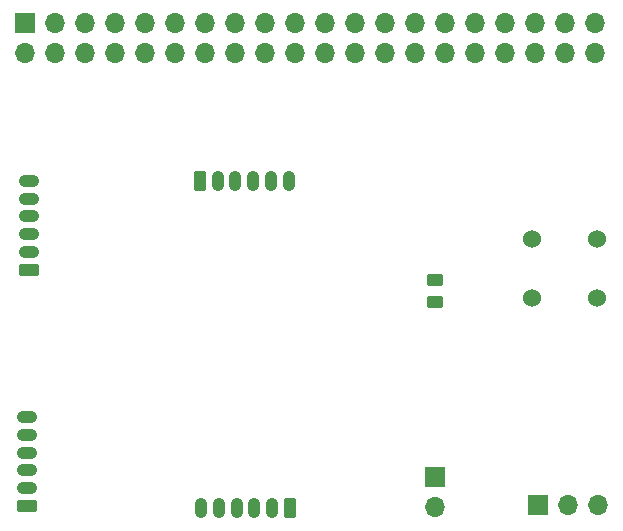
<source format=gbr>
%TF.GenerationSoftware,KiCad,Pcbnew,8.0.1*%
%TF.CreationDate,2024-09-05T17:17:53+09:00*%
%TF.ProjectId,Test2,54657374-322e-46b6-9963-61645f706362,rev?*%
%TF.SameCoordinates,Original*%
%TF.FileFunction,Soldermask,Top*%
%TF.FilePolarity,Negative*%
%FSLAX46Y46*%
G04 Gerber Fmt 4.6, Leading zero omitted, Abs format (unit mm)*
G04 Created by KiCad (PCBNEW 8.0.1) date 2024-09-05 17:17:53*
%MOMM*%
%LPD*%
G01*
G04 APERTURE LIST*
G04 Aperture macros list*
%AMRoundRect*
0 Rectangle with rounded corners*
0 $1 Rounding radius*
0 $2 $3 $4 $5 $6 $7 $8 $9 X,Y pos of 4 corners*
0 Add a 4 corners polygon primitive as box body*
4,1,4,$2,$3,$4,$5,$6,$7,$8,$9,$2,$3,0*
0 Add four circle primitives for the rounded corners*
1,1,$1+$1,$2,$3*
1,1,$1+$1,$4,$5*
1,1,$1+$1,$6,$7*
1,1,$1+$1,$8,$9*
0 Add four rect primitives between the rounded corners*
20,1,$1+$1,$2,$3,$4,$5,0*
20,1,$1+$1,$4,$5,$6,$7,0*
20,1,$1+$1,$6,$7,$8,$9,0*
20,1,$1+$1,$8,$9,$2,$3,0*%
G04 Aperture macros list end*
%ADD10R,1.700000X1.700000*%
%ADD11O,1.700000X1.700000*%
%ADD12RoundRect,0.250000X0.450000X-0.262500X0.450000X0.262500X-0.450000X0.262500X-0.450000X-0.262500X0*%
%ADD13RoundRect,0.250000X0.615000X-0.265000X0.615000X0.265000X-0.615000X0.265000X-0.615000X-0.265000X0*%
%ADD14O,1.730000X1.030000*%
%ADD15C,1.524000*%
%ADD16RoundRect,0.250000X-0.265000X-0.615000X0.265000X-0.615000X0.265000X0.615000X-0.265000X0.615000X0*%
%ADD17O,1.030000X1.730000*%
%ADD18RoundRect,0.250000X0.265000X0.615000X-0.265000X0.615000X-0.265000X-0.615000X0.265000X-0.615000X0*%
G04 APERTURE END LIST*
D10*
%TO.C,J6*%
X131800000Y-125600000D03*
D11*
X131800000Y-128140000D03*
%TD*%
D10*
%TO.C,J1*%
X97080000Y-87100000D03*
D11*
X97080000Y-89640000D03*
X99620000Y-87100000D03*
X99620000Y-89640000D03*
X102160000Y-87100000D03*
X102160000Y-89640000D03*
X104700000Y-87100000D03*
X104700000Y-89640000D03*
X107240000Y-87100000D03*
X107240000Y-89640000D03*
X109780000Y-87100000D03*
X109780000Y-89640000D03*
X112320000Y-87100000D03*
X112320000Y-89640000D03*
X114860000Y-87100000D03*
X114860000Y-89640000D03*
X117400000Y-87100000D03*
X117400000Y-89640000D03*
X119940000Y-87100000D03*
X119940000Y-89640000D03*
X122480000Y-87100000D03*
X122480000Y-89640000D03*
X125020000Y-87100000D03*
X125020000Y-89640000D03*
X127560000Y-87100000D03*
X127560000Y-89640000D03*
X130100000Y-87100000D03*
X130100000Y-89640000D03*
X132640000Y-87100000D03*
X132640000Y-89640000D03*
X135180000Y-87100000D03*
X135180000Y-89640000D03*
X137720000Y-87100000D03*
X137720000Y-89640000D03*
X140260000Y-87100000D03*
X140260000Y-89640000D03*
X142800000Y-87100000D03*
X142800000Y-89640000D03*
X145340000Y-87100000D03*
X145340000Y-89640000D03*
%TD*%
D12*
%TO.C,R1*%
X131800000Y-110712500D03*
X131800000Y-108887500D03*
%TD*%
D13*
%TO.C,J2*%
X97400000Y-108000000D03*
D14*
X97400000Y-106500000D03*
X97400000Y-105000000D03*
X97400000Y-103500000D03*
X97400000Y-102000000D03*
X97400000Y-100500000D03*
%TD*%
D15*
%TO.C,SW1*%
X140000000Y-105400000D03*
X140000000Y-110400000D03*
X145500000Y-110400000D03*
X145500000Y-105400000D03*
%TD*%
D16*
%TO.C,S1*%
X111900000Y-100500000D03*
D17*
X113400000Y-100500000D03*
X114900000Y-100500000D03*
X116400000Y-100500000D03*
X117900000Y-100500000D03*
X119400000Y-100500000D03*
%TD*%
D18*
%TO.C,J4*%
X119500000Y-128200000D03*
D17*
X118000000Y-128200000D03*
X116500000Y-128200000D03*
X115000000Y-128200000D03*
X113500000Y-128200000D03*
X112000000Y-128200000D03*
%TD*%
D10*
%TO.C,M1*%
X140560000Y-127900000D03*
D11*
X143100000Y-127900000D03*
X145640000Y-127900000D03*
%TD*%
D13*
%TO.C,J3*%
X97300000Y-128000000D03*
D14*
X97300000Y-126500000D03*
X97300000Y-125000000D03*
X97300000Y-123500000D03*
X97300000Y-122000000D03*
X97300000Y-120500000D03*
%TD*%
M02*

</source>
